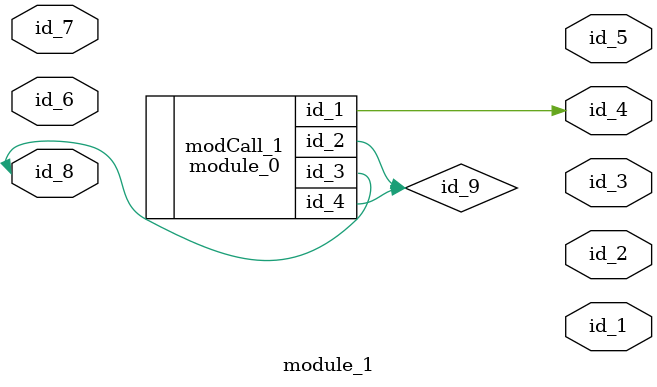
<source format=v>
module module_0 (
    id_1,
    id_2,
    id_3,
    id_4
);
  output wire id_4;
  inout wire id_3;
  inout wire id_2;
  output wire id_1;
  wire id_5;
endmodule
module module_1 (
    id_1,
    id_2,
    id_3,
    id_4,
    id_5,
    id_6,
    id_7,
    id_8
);
  inout wire id_8;
  input wire id_7;
  input wire id_6;
  output wire id_5;
  output wire id_4;
  output wire id_3;
  output wire id_2;
  output wire id_1;
  wire id_9;
  module_0 modCall_1 (
      id_4,
      id_9,
      id_8,
      id_9
  );
endmodule

</source>
